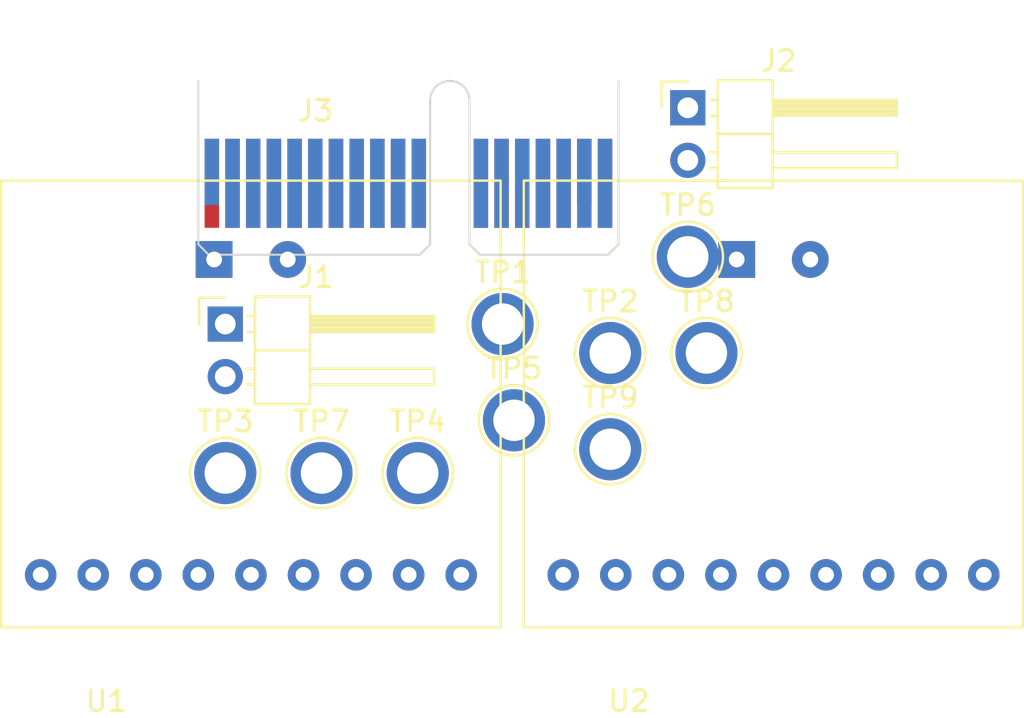
<source format=kicad_pcb>
(kicad_pcb (version 20211014) (generator pcbnew)
  (layers (0 "F.Cu" signal) (31 "B.Cu" signal) (34 "B.Paste" user) (35 "F.Paste" user) (36 "B.SilkS" user "B.Silkscreen") (37 "F.SilkS" user "F.Silkscreen") (38 "B.Mask" user) (39 "F.Mask" user) (44 "Edge.Cuts" user))
  (net 0 "")
  (net 1 "/TC1_T-")
  (net 2 "/TC1_T+")
  (net 3 "/TC2_T-")
  (net 4 "/TC2_T+")
  (net 6 "GND")
  (net 17 "+3V3")
  (net 18 "/SPI_MISO")
  (net 19 "/SPI_MOSI")
  (net 20 "/SPI_SCK")
  (net 21 "/SPI_CS_0")
  (net 22 "/SPI_CS_1")
  (footprint "TestPoint:TestPoint_Plated_Hole_D2.0mm" (layer "F.Cu") (at 241.77 28.13)
    (fp_text reference "TP5" (at 0 -2.498) (layer "F.SilkS"))
    (fp_text value "TestPoint")
    (fp_circle (center 0 0) (end 0 -1.7) (layer "F.SilkS") (width 0.12) (fill none))
    (pad "1" thru_hole circle (at 0 0) (size 3 3) (drill 2) (layers *.Cu *.Mask) (net 18 "/SPI_MISO"))
  )
  (footprint "Connector_PinHeader_2.54mm:PinHeader_1x02_P2.54mm_Horizontal" (layer "F.Cu") (at 250.17 13.03)
    (fp_text reference "J2" (at 4.385 -2.27) (layer "F.SilkS"))
    (fp_text value "JST")
    (fp_line (start 4.1 -0.38) (end 10.1 -0.38) (layer "F.SilkS") (width 0.12))
    (fp_line (start 4.1 3.87) (end 4.1 -1.33) (layer "F.SilkS") (width 0.12))
    (fp_line (start 4.1 0.28) (end 10.1 0.28) (layer "F.SilkS") (width 0.12))
    (fp_line (start 1.44 3.87) (end 4.1 3.87) (layer "F.SilkS") (width 0.12))
    (fp_line (start 4.1 -0.2) (end 10.1 -0.2) (layer "F.SilkS") (width 0.12))
    (fp_line (start 10.1 2.92) (end 4.1 2.92) (layer "F.SilkS") (width 0.12))
    (fp_line (start 10.1 -0.38) (end 10.1 0.38) (layer "F.SilkS") (width 0.12))
    (fp_line (start 10.1 0.38) (end 4.1 0.38) (layer "F.SilkS") (width 0.12))
    (fp_line (start 1.11 0.38) (end 1.44 0.38) (layer "F.SilkS") (width 0.12))
    (fp_line (start 4.1 -1.33) (end 1.44 -1.33) (layer "F.SilkS") (width 0.12))
    (fp_line (start 4.1 0.16) (end 10.1 0.16) (layer "F.SilkS") (width 0.12))
    (fp_line (start 10.1 2.16) (end 10.1 2.92) (layer "F.SilkS") (width 0.12))
    (fp_line (start 4.1 0.04) (end 10.1 0.04) (layer "F.SilkS") (width 0.12))
    (fp_line (start 1.44 -1.33) (end 1.44 3.87) (layer "F.SilkS") (width 0.12))
    (fp_line (start 1.042929 2.16) (end 1.44 2.16) (layer "F.SilkS") (width 0.12))
    (fp_line (start 1.44 1.27) (end 4.1 1.27) (layer "F.SilkS") (width 0.12))
    (fp_line (start 1.11 -0.38) (end 1.44 -0.38) (layer "F.SilkS") (width 0.12))
    (fp_line (start 4.1 -0.32) (end 10.1 -0.32) (layer "F.SilkS") (width 0.12))
    (fp_line (start -1.27 -1.27) (end 0 -1.27) (layer "F.SilkS") (width 0.12))
    (fp_line (start 1.042929 2.92) (end 1.44 2.92) (layer "F.SilkS") (width 0.12))
    (fp_line (start 4.1 -0.08) (end 10.1 -0.08) (layer "F.SilkS") (width 0.12))
    (fp_line (start -1.27 0) (end -1.27 -1.27) (layer "F.SilkS") (width 0.12))
    (fp_line (start 4.1 2.16) (end 10.1 2.16) (layer "F.SilkS") (width 0.12))
    (pad "1" thru_hole rect (at 0 0) (size 1.7 1.7) (drill 1) (layers *.Cu *.Mask) (net 3 "/TC2_T-"))
    (pad "2" thru_hole oval (at 0 2.54) (size 1.7 1.7) (drill 1) (layers *.Cu *.Mask) (net 4 "/TC2_T+"))
  )
  (footprint "MAX31856_Breakout:MAX31856_Breakout" (layer "F.Cu") (at 254.945 23.915)
    (fp_text reference "U2" (at -7.62 17.78 unlocked) (layer "F.SilkS"))
    (fp_text value "MAX31856_Breakout")
    (fp_rect (start -12.7 14.224) (end 11.43 -7.366) (layer "F.SilkS") (width 0.12) (fill none))
    (pad "1" thru_hole circle (at 1.143 -3.556 90) (size 1.778 1.778) (drill 0.762) (layers *.Cu *.Mask) (net 3 "/TC2_T-"))
    (pad "2" thru_hole rect (at -2.413 -3.556 90) (size 1.778 1.778) (drill 0.762) (layers *.Cu *.Mask) (net 4 "/TC2_T+"))
    (pad "3" thru_hole circle (at 9.525 11.684 90) (size 1.524 1.524) (drill 0.762) (layers *.Cu *.Mask))
    (pad "4" thru_hole circle (at 6.985 11.684 90) (size 1.524 1.524) (drill 0.762) (layers *.Cu *.Mask))
    (pad "5" thru_hole circle (at 4.445 11.684 90) (size 1.524 1.524) (drill 0.762) (layers *.Cu *.Mask) (net 22 "/SPI_CS_1"))
    (pad "6" thru_hole circle (at 1.905 11.684 90) (size 1.524 1.524) (drill 0.762) (layers *.Cu *.Mask) (net 19 "/SPI_MOSI"))
    (pad "7" thru_hole circle (at -0.635 11.684 90) (size 1.524 1.524) (drill 0.762) (layers *.Cu *.Mask) (net 18 "/SPI_MISO"))
    (pad "8" thru_hole circle (at -3.175 11.684 90) (size 1.524 1.524) (drill 0.762) (layers *.Cu *.Mask) (net 20 "/SPI_SCK"))
    (pad "9" thru_hole circle (at -5.715 11.684 90) (size 1.524 1.524) (drill 0.762) (layers *.Cu *.Mask) (net 6 "GND"))
    (pad "10" thru_hole circle (at -8.255 11.684 90) (size 1.524 1.524) (drill 0.762) (layers *.Cu *.Mask))
    (pad "11" thru_hole circle (at -10.795 11.684 90) (size 1.524 1.524) (drill 0.762) (layers *.Cu *.Mask) (net 17 "+3V3"))
  )
  (footprint "TestPoint:TestPoint_Plated_Hole_D2.0mm" (layer "F.Cu") (at 251.07 24.88)
    (fp_text reference "TP8" (at 0 -2.498) (layer "F.SilkS"))
    (fp_text value "TestPoint")
    (fp_circle (center 0 0) (end 0 -1.7) (layer "F.SilkS") (width 0.12) (fill none))
    (pad "1" thru_hole circle (at 0 0) (size 3 3) (drill 2) (layers *.Cu *.Mask) (net 21 "/SPI_CS_0"))
  )
  (footprint "TestPoint:TestPoint_Plated_Hole_D2.0mm" (layer "F.Cu") (at 232.47 30.68)
    (fp_text reference "TP7" (at 0 -2.498) (layer "F.SilkS"))
    (fp_text value "TestPoint")
    (fp_circle (center 0 0) (end 0 -1.7) (layer "F.SilkS") (width 0.12) (fill none))
    (pad "1" thru_hole circle (at 0 0) (size 3 3) (drill 2) (layers *.Cu *.Mask) (net 20 "/SPI_SCK"))
  )
  (footprint "MAX31856_Breakout:MAX31856_Breakout" (layer "F.Cu") (at 229.695 23.915)
    (fp_text reference "U1" (at -7.62 17.78 unlocked) (layer "F.SilkS"))
    (fp_text value "MAX31856_Breakout")
    (fp_rect (start -12.7 14.224) (end 11.43 -7.366) (layer "F.SilkS") (width 0.12) (fill none))
    (pad "1" thru_hole circle (at 1.143 -3.556 90) (size 1.778 1.778) (drill 0.762) (layers *.Cu *.Mask) (net 1 "/TC1_T-"))
    (pad "2" thru_hole rect (at -2.413 -3.556 90) (size 1.778 1.778) (drill 0.762) (layers *.Cu *.Mask) (net 2 "/TC1_T+"))
    (pad "3" thru_hole circle (at 9.525 11.684 90) (size 1.524 1.524) (drill 0.762) (layers *.Cu *.Mask))
    (pad "4" thru_hole circle (at 6.985 11.684 90) (size 1.524 1.524) (drill 0.762) (layers *.Cu *.Mask))
    (pad "5" thru_hole circle (at 4.445 11.684 90) (size 1.524 1.524) (drill 0.762) (layers *.Cu *.Mask) (net 21 "/SPI_CS_0"))
    (pad "6" thru_hole circle (at 1.905 11.684 90) (size 1.524 1.524) (drill 0.762) (layers *.Cu *.Mask) (net 19 "/SPI_MOSI"))
    (pad "7" thru_hole circle (at -0.635 11.684 90) (size 1.524 1.524) (drill 0.762) (layers *.Cu *.Mask) (net 18 "/SPI_MISO"))
    (pad "8" thru_hole circle (at -3.175 11.684 90) (size 1.524 1.524) (drill 0.762) (layers *.Cu *.Mask) (net 20 "/SPI_SCK"))
    (pad "9" thru_hole circle (at -5.715 11.684 90) (size 1.524 1.524) (drill 0.762) (layers *.Cu *.Mask) (net 6 "GND"))
    (pad "10" thru_hole circle (at -8.255 11.684 90) (size 1.524 1.524) (drill 0.762) (layers *.Cu *.Mask))
    (pad "11" thru_hole circle (at -10.795 11.684 90) (size 1.524 1.524) (drill 0.762) (layers *.Cu *.Mask) (net 17 "+3V3"))
  )
  (footprint "Connector_PCBEdge:BUS_PCIexpress_x1" (layer "F.Cu") (at 227.17 16.68)
    (fp_text reference "J3" (at 5 -3.5) (layer "F.SilkS"))
    (fp_text value "PCIE-LP-01-01-F-DV-A-TR")
    (fp_line (start 19.65 2.95) (end 19.15 3.45) (layer "Edge.Cuts") (width 0.1))
    (fp_line (start 12.45 -4) (end 12.45 2.95) (layer "Edge.Cuts") (width 0.1))
    (fp_line (start -0.65 -4.95) (end -0.65 2.95) (layer "Edge.Cuts") (width 0.1))
    (fp_line (start -0.15 3.45) (end 10.05 3.45) (layer "Edge.Cuts") (width 0.1))
    (fp_line (start 10.55 2.95) (end 10.05 3.45) (layer "Edge.Cuts") (width 0.1))
    (fp_line (start 12.45 2.95) (end 12.95 3.45) (layer "Edge.Cuts") (width 0.1))
    (fp_line (start 12.95 3.45) (end 19.15 3.45) (layer "Edge.Cuts") (width 0.1))
    (fp_line (start 19.65 -4.95) (end 19.65 2.95) (layer "Edge.Cuts") (width 0.1))
    (fp_line (start 10.55 -4) (end 10.55 2.95) (layer "Edge.Cuts") (width 0.1))
    (fp_line (start -0.65 2.95) (end -0.15 3.45) (layer "Edge.Cuts") (width 0.1))
    (fp_arc (start 10.55 -4) (mid 11.5 -4.95) (end 12.45 -4) (layer "Edge.Cuts") (width 0.1))
    (pad "A1" connect rect (at 0 -0.55) (size 0.7 3.2) (layers "B.Cu" "B.Mask"))
    (pad "A2" connect rect (at 1 0) (size 0.7 4.3) (layers "B.Cu" "B.Mask") (net 6 "GND"))
    (pad "A3" connect rect (at 2 0) (size 0.7 4.3) (layers "B.Cu" "B.Mask") (net 18 "/SPI_MISO"))
    (pad "A4" connect rect (at 3 0) (size 0.7 4.3) (layers "B.Cu" "B.Mask") (net 19 "/SPI_MOSI"))
    (pad "A5" connect rect (at 4 0) (size 0.7 4.3) (layers "B.Cu" "B.Mask") (net 6 "GND"))
    (pad "A6" connect rect (at 5 0) (size 0.7 4.3) (layers "B.Cu" "B.Mask"))
    (pad "A7" connect rect (at 6 0) (size 0.7 4.3) (layers "B.Cu" "B.Mask"))
    (pad "A8" connect rect (at 7 0) (size 0.7 4.3) (layers "B.Cu" "B.Mask") (net 6 "GND"))
    (pad "A9" connect rect (at 8 0) (size 0.7 4.3) (layers "B.Cu" "B.Mask"))
    (pad "A10" connect rect (at 9 0) (size 0.7 4.3) (layers "B.Cu" "B.Mask"))
    (pad "A11" connect rect (at 10 0) (size 0.7 4.3) (layers "B.Cu" "B.Mask") (net 6 "GND"))
    (pad "A12" connect rect (at 13 0) (size 0.7 4.3) (layers "B.Cu" "B.Mask"))
    (pad "A13" connect rect (at 14 0) (size 0.7 4.3) (layers "B.Cu" "B.Mask"))
    (pad "A14" connect rect (at 15 0) (size 0.7 4.3) (layers "B.Cu" "B.Mask"))
    (pad "A15" connect rect (at 16 0) (size 0.7 4.3) (layers "B.Cu" "B.Mask") (net 6 "GND"))
    (pad "A16" connect rect (at 17 0) (size 0.7 4.3) (layers "B.Cu" "B.Mask"))
    (pad "A17" connect rect (at 18 0) (size 0.7 4.3) (layers "B.Cu" "B.Mask"))
    (pad "A18" connect rect (at 19 0) (size 0.7 4.3) (layers "B.Cu" "B.Mask") (net 6 "GND"))
    (pad "B1" connect rect (at 0 0) (size 0.7 4.3) (layers "F.Cu" "F.Mask"))
    (pad "B2" connect rect (at 1 0) (size 0.7 4.3) (layers "F.Cu" "F.Mask") (net 6 "GND"))
    (pad "B3" connect rect (at 2 0) (size 0.7 4.3) (layers "F.Cu" "F.Mask") (net 21 "/SPI_CS_0"))
    (pad "B4" connect rect (at 3 0) (size 0.7 4.3) (layers "F.Cu" "F.Mask") (net 22 "/SPI_CS_1"))
    (pad "B5" connect rect (at 4 0) (size 0.7 4.3) (layers "F.Cu" "F.Mask") (net 20 "/SPI_SCK"))
    (pad "B6" connect rect (at 5 0) (size 0.7 4.3) (layers "F.Cu" "F.Mask") (net 6 "GND"))
    (pad "B7" connect rect (at 6 0) (size 0.7 4.3) (layers "F.Cu" "F.Mask"))
    (pad "B8" connect rect (at 7 0) (size 0.7 4.3) (layers "F.Cu" "F.Mask"))
    (pad "B9" connect rect (at 8 0) (size 0.7 4.3) (layers "F.Cu" "F.Mask") (net 6 "GND"))
    (pad "B10" connect rect (at 9 0) (size 0.7 4.3) (layers "F.Cu" "F.Mask"))
    (pad "B11" connect rect (at 10 0) (size 0.7 4.3) (layers "F.Cu" "F.Mask"))
    (pad "B12" connect rect (at 13 0) (size 0.7 4.3) (layers "F.Cu" "F.Mask") (net 6 "GND"))
    (pad "B13" connect rect (at 14 0) (size 0.7 4.3) (layers "F.Cu" "F.Mask"))
    (pad "B14" connect rect (at 15 0) (size 0.7 4.3) (layers "F.Cu" "F.Mask"))
    (pad "B15" connect rect (at 16 0) (size 0.7 4.3) (layers "F.Cu" "F.Mask"))
    (pad "B16" connect rect (at 17 0) (size 0.7 4.3) (layers "F.Cu" "F.Mask") (net 6 "GND"))
    (pad "B17" connect rect (at 18 -0.55) (size 0.7 3.2) (layers "F.Cu" "F.Mask") (net 17 "+3V3"))
    (pad "B18" connect rect (at 19 0) (size 0.7 4.3) (layers "F.Cu" "F.Mask") (net 17 "+3V3"))
  )
  (footprint "TestPoint:TestPoint_Plated_Hole_D2.0mm" (layer "F.Cu") (at 227.82 30.68)
    (fp_text reference "TP3" (at 0 -2.498) (layer "F.SilkS"))
    (fp_text value "TestPoint")
    (fp_circle (center 0 0) (end 0 -1.7) (layer "F.SilkS") (width 0.12) (fill none))
    (pad "1" thru_hole circle (at 0 0) (size 3 3) (drill 2) (layers *.Cu *.Mask) (net 3 "/TC2_T-"))
  )
  (footprint "TestPoint:TestPoint_Plated_Hole_D2.0mm" (layer "F.Cu") (at 246.42 24.88)
    (fp_text reference "TP2" (at 0 -2.498) (layer "F.SilkS"))
    (fp_text value "TestPoint")
    (fp_circle (center 0 0) (end 0 -1.7) (layer "F.SilkS") (width 0.12) (fill none))
    (pad "1" thru_hole circle (at 0 0) (size 3 3) (drill 2) (layers *.Cu *.Mask) (net 2 "/TC1_T+"))
  )
  (footprint "TestPoint:TestPoint_Plated_Hole_D2.0mm" (layer "F.Cu") (at 250.17 20.23)
    (fp_text reference "TP6" (at 0 -2.498) (layer "F.SilkS"))
    (fp_text value "TestPoint")
    (fp_circle (center 0 0) (end 0 -1.7) (layer "F.SilkS") (width 0.12) (fill none))
    (pad "1" thru_hole circle (at 0 0) (size 3 3) (drill 2) (layers *.Cu *.Mask) (net 19 "/SPI_MOSI"))
  )
  (footprint "TestPoint:TestPoint_Plated_Hole_D2.0mm" (layer "F.Cu") (at 237.12 30.68)
    (fp_text reference "TP4" (at 0 -2.498) (layer "F.SilkS"))
    (fp_text value "TestPoint")
    (fp_circle (center 0 0) (end 0 -1.7) (layer "F.SilkS") (width 0.12) (fill none))
    (pad "1" thru_hole circle (at 0 0) (size 3 3) (drill 2) (layers *.Cu *.Mask) (net 4 "/TC2_T+"))
  )
  (footprint "TestPoint:TestPoint_Plated_Hole_D2.0mm" (layer "F.Cu") (at 246.42 29.53)
    (fp_text reference "TP9" (at 0 -2.498) (layer "F.SilkS"))
    (fp_text value "TestPoint")
    (fp_circle (center 0 0) (end 0 -1.7) (layer "F.SilkS") (width 0.12) (fill none))
    (pad "1" thru_hole circle (at 0 0) (size 3 3) (drill 2) (layers *.Cu *.Mask) (net 22 "/SPI_CS_1"))
  )
  (footprint "TestPoint:TestPoint_Plated_Hole_D2.0mm" (layer "F.Cu") (at 241.22 23.48)
    (fp_text reference "TP1" (at 0 -2.498) (layer "F.SilkS"))
    (fp_text value "TestPoint")
    (fp_circle (center 0 0) (end 0 -1.7) (layer "F.SilkS") (width 0.12) (fill none))
    (pad "1" thru_hole circle (at 0 0) (size 3 3) (drill 2) (layers *.Cu *.Mask) (net 1 "/TC1_T-"))
  )
  (footprint "Connector_PinHeader_2.54mm:PinHeader_1x02_P2.54mm_Horizontal" (layer "F.Cu") (at 227.82 23.48)
    (fp_text reference "J1" (at 4.385 -2.27) (layer "F.SilkS"))
    (fp_text value "JST")
    (fp_line (start 10.1 2.92) (end 4.1 2.92) (layer "F.SilkS") (width 0.12))
    (fp_line (start 1.042929 2.92) (end 1.44 2.92) (layer "F.SilkS") (width 0.12))
    (fp_line (start 4.1 2.16) (end 10.1 2.16) (layer "F.SilkS") (width 0.12))
    (fp_line (start 4.1 -0.2) (end 10.1 -0.2) (layer "F.SilkS") (width 0.12))
    (fp_line (start 1.44 1.27) (end 4.1 1.27) (layer "F.SilkS") (width 0.12))
    (fp_line (start 4.1 0.04) (end 10.1 0.04) (layer "F.SilkS") (width 0.12))
    (fp_line (start 4.1 3.87) (end 4.1 -1.33) (layer "F.SilkS") (width 0.12))
    (fp_line (start 4.1 -0.38) (end 10.1 -0.38) (layer "F.SilkS") (width 0.12))
    (fp_line (start 4.1 0.28) (end 10.1 0.28) (layer "F.SilkS") (width 0.12))
    (fp_line (start 1.44 3.87) (end 4.1 3.87) (layer "F.SilkS") (width 0.12))
    (fp_line (start 4.1 -0.08) (end 10.1 -0.08) (layer "F.SilkS") (width 0.12))
    (fp_line (start 4.1 0.16) (end 10.1 0.16) (layer "F.SilkS") (width 0.12))
    (fp_line (start 4.1 -0.32) (end 10.1 -0.32) (layer "F.SilkS") (width 0.12))
    (fp_line (start -1.27 0) (end -1.27 -1.27) (layer "F.SilkS") (width 0.12))
    (fp_line (start 1.11 -0.38) (end 1.44 -0.38) (layer "F.SilkS") (width 0.12))
    (fp_line (start 4.1 -1.33) (end 1.44 -1.33) (layer "F.SilkS") (width 0.12))
    (fp_line (start 1.44 -1.33) (end 1.44 3.87) (layer "F.SilkS") (width 0.12))
    (fp_line (start 1.11 0.38) (end 1.44 0.38) (layer "F.SilkS") (width 0.12))
    (fp_line (start 1.042929 2.16) (end 1.44 2.16) (layer "F.SilkS") (width 0.12))
    (fp_line (start 10.1 2.16) (end 10.1 2.92) (layer "F.SilkS") (width 0.12))
    (fp_line (start 10.1 -0.38) (end 10.1 0.38) (layer "F.SilkS") (width 0.12))
    (fp_line (start -1.27 -1.27) (end 0 -1.27) (layer "F.SilkS") (width 0.12))
    (fp_line (start 10.1 0.38) (end 4.1 0.38) (layer "F.SilkS") (width 0.12))
    (pad "1" thru_hole rect (at 0 0) (size 1.7 1.7) (drill 1) (layers *.Cu *.Mask) (net 1 "/TC1_T-"))
    (pad "2" thru_hole oval (at 0 2.54) (size 1.7 1.7) (drill 1) (layers *.Cu *.Mask) (net 2 "/TC1_T+"))
  )
)
</source>
